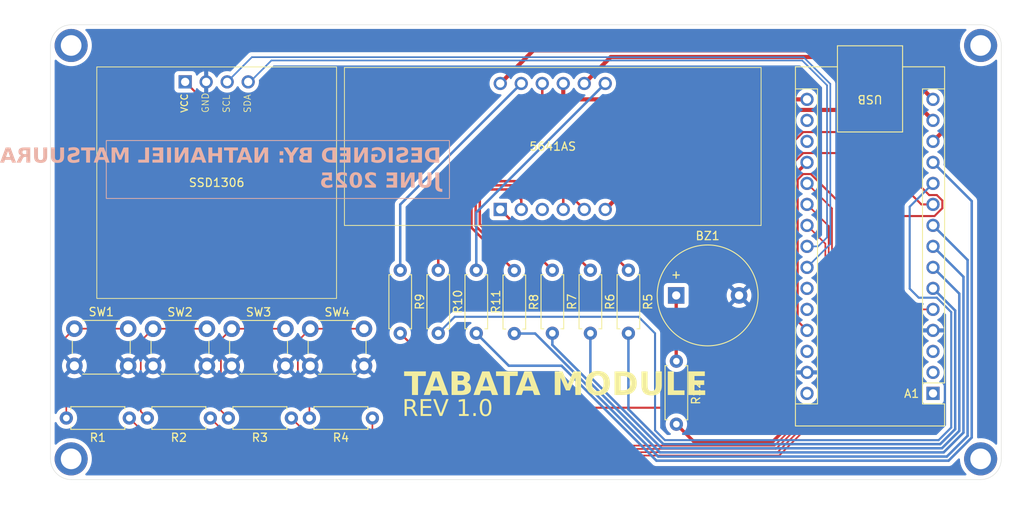
<source format=kicad_pcb>
(kicad_pcb (version 20241229) (generator "pcbnew") (generator_version "9.0")
  (layers (0 "F.Cu" signal) (2 "B.Cu" signal) (13 "F.Paste" user) (15 "B.Paste" user) (5 "F.SilkS" user "F.Silkscreen") (7 "B.SilkS" user "B.Silkscreen") (1 "F.Mask" user) (3 "B.Mask" user) (25 "Edge.Cuts" user))
  (net 0 "")
  (net 1 "D6")
  (net 2 "A2")
  (net 3 "GND")
  (net 6 "A4")
  (net 7 "D8")
  (net 8 "D7")
  (net 10 "D5")
  (net 11 "D9")
  (net 12 "D13")
  (net 13 "A3")
  (net 17 "D11")
  (net 18 "A1")
  (net 19 "D4")
  (net 21 "Vin")
  (net 22 "A5")
  (net 23 "D2")
  (net 26 "A0")
  (net 27 "D3")
  (net 28 "D10")
  (net 29 "D12")
  (net 30 "Net-(Brd2-E)")
  (net 31 "Net-(BZ1-+)")
  (net 32 "Net-(R1-Pad2)")
  (net 33 "Net-(R2-Pad2)")
  (net 34 "Net-(R3-Pad2)")
  (net 35 "Net-(R4-Pad2)")
  (net 36 "Net-(Brd2-D)")
  (net 37 "Net-(Brd2-C)")
  (net 38 "Net-(Brd2-G)")
  (net 39 "Net-(Brd2-A)")
  (net 40 "Net-(Brd2-F)")
  (net 41 "Net-(Brd2-B)")
  (footprint "Button_Switch_THT:SW_PUSH_6mm_H4.3mm" (layer "F.Cu") (at 87.892 106.752)
    (property "Reference" "SW1" (at 3.25 -2.027 0) (layer "F.SilkS"))
    (property "Value" "SW_Push")
    (fp_line (start -0.25 1.5) (end -0.25 3) (stroke (width 0.12)) (layer "F.SilkS"))
    (fp_line (start 1 5.5) (end 5.5 5.5) (stroke (width 0.12)) (layer "F.SilkS"))
    (fp_line (start 5.5 -1) (end 1 -1) (stroke (width 0.12)) (layer "F.SilkS"))
    (fp_line (start 6.75 3) (end 6.75 1.5) (stroke (width 0.12)) (layer "F.SilkS"))
    (pad "1" thru_hole circle (at 0 0 90) (size 2 2) (drill 1.1) (layers "*.Cu" "*.Mask") (net 32 "Net-(R1-Pad2)"))
    (pad "1" thru_hole circle (at 6.5 0 90) (size 2 2) (drill 1.1) (layers "*.Cu" "*.Mask") (net 32 "Net-(R1-Pad2)"))
    (pad "2" thru_hole circle (at 0 4.5 90) (size 2 2) (drill 1.1) (layers "*.Cu" "*.Mask") (net 3 "GND"))
    (pad "2" thru_hole circle (at 6.5 4.5 90) (size 2 2) (drill 1.1) (layers "*.Cu" "*.Mask") (net 3 "GND"))
  )
  (footprint "Resistor_THT:R_Axial_DIN0207_L6.3mm_D2.5mm_P7.62mm_Horizontal" (layer "F.Cu") (at 160.7 110.685 -90)
    (property "Reference" "R12" (at 3.81 -2.37 90) (layer "F.SilkS"))
    (property "Value" "330")
    (fp_line (start 0.54 1.37) (end 7.08 1.37) (stroke (width 0.12)) (layer "F.SilkS"))
    (fp_line (start 7.08 1.37) (end 7.08 1.04) (stroke (width 0.12)) (layer "F.SilkS"))
    (fp_line (start 0.54 1.04) (end 0.54 1.37) (stroke (width 0.12)) (layer "F.SilkS"))
    (fp_line (start 0.54 -1.04) (end 0.54 -1.37) (stroke (width 0.12)) (layer "F.SilkS"))
    (fp_line (start 0.54 -1.37) (end 7.08 -1.37) (stroke (width 0.12)) (layer "F.SilkS"))
    (fp_line (start 7.08 -1.37) (end 7.08 -1.04) (stroke (width 0.12)) (layer "F.SilkS"))
    (pad "1" thru_hole circle (at 0 0 270) (size 1.6 1.6) (drill 0.8) (layers "*.Cu" "*.Mask") (net 31 "Net-(BZ1-+)"))
    (pad "2" thru_hole circle (at 7.62 0 270) (size 1.6 1.6) (drill 0.8) (layers "*.Cu" "*.Mask") (net 26 "A0"))
  )
  (footprint "Resistor_THT:R_Axial_DIN0207_L6.3mm_D2.5mm_P7.62mm_Horizontal" (layer "F.Cu") (at 154.9 99.685 -90)
    (property "Reference" "R5" (at 3.81 -2.37 90) (layer "F.SilkS"))
    (property "Value" "330")
    (fp_line (start 0.54 1.37) (end 7.08 1.37) (stroke (width 0.12)) (layer "F.SilkS"))
    (fp_line (start 7.08 1.37) (end 7.08 1.04) (stroke (width 0.12)) (layer "F.SilkS"))
    (fp_line (start 0.54 1.04) (end 0.54 1.37) (stroke (width 0.12)) (layer "F.SilkS"))
    (fp_line (start 0.54 -1.04) (end 0.54 -1.37) (stroke (width 0.12)) (layer "F.SilkS"))
    (fp_line (start 0.54 -1.37) (end 7.08 -1.37) (stroke (width 0.12)) (layer "F.SilkS"))
    (fp_line (start 7.08 -1.37) (end 7.08 -1.04) (stroke (width 0.12)) (layer "F.SilkS"))
    (pad "1" thru_hole circle (at 0 0 270) (size 1.6 1.6) (drill 0.8) (layers "*.Cu" "*.Mask") (net 30 "Net-(Brd2-E)"))
    (pad "2" thru_hole circle (at 7.62 0 270) (size 1.6 1.6) (drill 0.8) (layers "*.Cu" "*.Mask") (net 27 "D3"))
  )
  (footprint "Resistor_THT:R_Axial_DIN0207_L6.3mm_D2.5mm_P7.62mm_Horizontal" (layer "F.Cu") (at 123.935 117.56 180)
    (property "Reference" "R4" (at 3.81 -2.37 0) (layer "F.SilkS"))
    (property "Value" "10k")
    (fp_line (start 7.08 1.37) (end 7.08 1.04) (stroke (width 0.12)) (layer "F.SilkS"))
    (fp_line (start 7.08 -1.37) (end 7.08 -1.04) (stroke (width 0.12)) (layer "F.SilkS"))
    (fp_line (start 0.54 1.37) (end 7.08 1.37) (stroke (width 0.12)) (layer "F.SilkS"))
    (fp_line (start 0.54 1.04) (end 0.54 1.37) (stroke (width 0.12)) (layer "F.SilkS"))
    (fp_line (start 0.54 -1.04) (end 0.54 -1.37) (stroke (width 0.12)) (layer "F.SilkS"))
    (fp_line (start 0.54 -1.37) (end 7.08 -1.37) (stroke (width 0.12)) (layer "F.SilkS"))
    (pad "1" thru_hole circle (at 0 0 180) (size 1.6 1.6) (drill 0.8) (layers "*.Cu" "*.Mask") (net 13 "A3"))
    (pad "2" thru_hole circle (at 7.62 0 180) (size 1.6 1.6) (drill 0.8) (layers "*.Cu" "*.Mask") (net 35 "Net-(R4-Pad2)"))
  )
  (footprint "Library:5641AS" (layer "F.Cu") (at 145.75 84.715)
    (property "Reference" "5641AS" (at 0 0 0) (layer "F.SilkS"))
    (property "Value" "~")
    (fp_line (start -25.2 -9.55) (end 25.2 -9.55) (stroke (width 0.1)) (layer "F.SilkS"))
    (fp_line (start -25.2 9.55) (end -25.2 -9.55) (stroke (width 0.1)) (layer "F.SilkS"))
    (fp_line (start 25.2 -9.55) (end 25.2 9.55) (stroke (width 0.1)) (layer "F.SilkS"))
    (fp_line (start 25.2 9.55) (end -25.2 9.55) (stroke (width 0.1)) (layer "F.SilkS"))
    (pad "1" thru_hole rect (at -6.35 7.62 90) (size 1.6 1.6) (drill 1) (layers "*.Cu" "*.Mask") (net 30 "Net-(Brd2-E)"))
    (pad "2" thru_hole oval (at -3.81 7.62 90) (size 1.6 1.6) (drill 1) (layers "*.Cu" "*.Mask") (net 36 "Net-(Brd2-D)"))
    (pad "3" thru_hole oval (at -1.27 7.62 90) (size 1.6 1.6) (drill 1) (layers "*.Cu" "*.Mask"))
    (pad "4" thru_hole oval (at 1.27 7.62 90) (size 1.6 1.6) (drill 1) (layers "*.Cu" "*.Mask") (net 37 "Net-(Brd2-C)"))
    (pad "5" thru_hole oval (at 3.81 7.62 90) (size 1.6 1.6) (drill 1) (layers "*.Cu" "*.Mask") (net 38 "Net-(Brd2-G)"))
    (pad "6" thru_hole oval (at 6.35 7.62 90) (size 1.6 1.6) (drill 1) (layers "*.Cu" "*.Mask") (net 17 "D11"))
    (pad "7" thru_hole oval (at 6.35 -7.62 90) (size 1.6 1.6) (drill 1) (layers "*.Cu" "*.Mask") (net 41 "Net-(Brd2-B)"))
    (pad "8" thru_hole oval (at 3.81 -7.62 90) (size 1.6 1.6) (drill 1) (layers "*.Cu" "*.Mask") (net 29 "D12"))
    (pad "9" thru_hole oval (at 1.27 -7.62 90) (size 1.6 1.6) (drill 1) (layers "*.Cu" "*.Mask") (net 12 "D13"))
    (pad "10" thru_hole oval (at -1.27 -7.62 90) (size 1.6 1.6) (drill 1) (layers "*.Cu" "*.Mask") (net 40 "Net-(Brd2-F)"))
    (pad "11" thru_hole oval (at -3.81 -7.62 90) (size 1.6 1.6) (drill 1) (layers "*.Cu" "*.Mask") (net 39 "Net-(Brd2-A)"))
    (pad "12" thru_hole oval (at -6.35 -7.62 90) (size 1.6 1.6) (drill 1) (layers "*.Cu" "*.Mask") (net 28 "D10"))
  )
  (footprint "SSD1306:128x64OLED" (layer "F.Cu") (at 105.1 89.095)
    (property "Reference" "Brd1" (hide yes))
    (property "Value" "SSD1306" (at 0 0 0) (layer "F.SilkS"))
    (fp_rect (start -14.5 -14) (end 14.5 14) (stroke (width 0.1)) (fill no) (layer "F.SilkS"))
    (fp_text user "VCC" (at -3.429 -8.382 90) (layer "F.SilkS") (effects (font (size 0.8 0.8) (thickness 0.14) (bold yes)) (justify left bottom)))
    (fp_text user "SCL" (at 1.651 -8.382 90) (layer "F.SilkS") (effects (font (size 0.8 0.8) (thickness 0.0875)) (justify left bottom)))
    (fp_text user "SDA" (at 4.191 -8.382 90) (layer "F.SilkS") (effects (font (size 0.8 0.8) (thickness 0.0875)) (justify left bottom)))
    (fp_text user "GND" (at -0.889 -8.382 90) (layer "F.SilkS") (effects (font (size 0.8 0.8) (thickness 0.0875)) (justify left bottom)))
    (pad "1" thru_hole rect (at -3.81 -12.192 90) (size 1.6 1.6) (drill 1) (layers "*.Cu" "*.Mask") (net 21 "Vin"))
    (pad "2" thru_hole oval (at -1.27 -12.192 90) (size 1.6 1.6) (drill 1) (layers "*.Cu" "*.Mask") (net 3 "GND"))
    (pad "3" thru_hole oval (at 1.27 -12.192 90) (size 1.6 1.6) (drill 1) (layers "*.Cu" "*.Mask") (net 22 "A5"))
    (pad "4" thru_hole oval (at 3.81 -12.192 90) (size 1.6 1.6) (drill 1) (layers "*.Cu" "*.Mask") (net 6 "A4"))
  )
  (footprint "Resistor_THT:R_Axial_DIN0207_L6.3mm_D2.5mm_P7.62mm_Horizontal" (layer "F.Cu") (at 141.1 99.72 -90)
    (property "Reference" "R8" (at 3.81 -2.37 90) (layer "F.SilkS"))
    (property "Value" "330")
    (fp_line (start 0.54 1.37) (end 7.08 1.37) (stroke (width 0.12)) (layer "F.SilkS"))
    (fp_line (start 7.08 1.37) (end 7.08 1.04) (stroke (width 0.12)) (layer "F.SilkS"))
    (fp_line (start 0.54 1.04) (end 0.54 1.37) (stroke (width 0.12)) (layer "F.SilkS"))
    (fp_line (start 0.54 -1.04) (end 0.54 -1.37) (stroke (width 0.12)) (layer "F.SilkS"))
    (fp_line (start 0.54 -1.37) (end 7.08 -1.37) (stroke (width 0.12)) (layer "F.SilkS"))
    (fp_line (start 7.08 -1.37) (end 7.08 -1.04) (stroke (width 0.12)) (layer "F.SilkS"))
    (pad "1" thru_hole circle (at 0 0 270) (size 1.6 1.6) (drill 0.8) (layers "*.Cu" "*.Mask") (net 38 "Net-(Brd2-G)"))
    (pad "2" thru_hole circle (at 7.62 0 270) (size 1.6 1.6) (drill 0.8) (layers "*.Cu" "*.Mask") (net 1 "D6"))
  )
  (footprint "Resistor_THT:R_Axial_DIN0207_L6.3mm_D2.5mm_P7.62mm_Horizontal" (layer "F.Cu") (at 94.535 117.56 180)
    (property "Reference" "R1" (at 3.81 -2.37 0) (layer "F.SilkS"))
    (property "Value" "10k")
    (fp_line (start 7.08 1.37) (end 7.08 1.04) (stroke (width 0.12)) (layer "F.SilkS"))
    (fp_line (start 7.08 -1.37) (end 7.08 -1.04) (stroke (width 0.12)) (layer "F.SilkS"))
    (fp_line (start 0.54 1.37) (end 7.08 1.37) (stroke (width 0.12)) (layer "F.SilkS"))
    (fp_line (start 0.54 1.04) (end 0.54 1.37) (stroke (width 0.12)) (layer "F.SilkS"))
    (fp_line (start 0.54 -1.04) (end 0.54 -1.37) (stroke (width 0.12)) (layer "F.SilkS"))
    (fp_line (start 0.54 -1.37) (end 7.08 -1.37) (stroke (width 0.12)) (layer "F.SilkS"))
    (pad "1" thru_hole circle (at 0 0 180) (size 1.6 1.6) (drill 0.8) (layers "*.Cu" "*.Mask") (net 23 "D2"))
    (pad "2" thru_hole circle (at 7.62 0 180) (size 1.6 1.6) (drill 0.8) (layers "*.Cu" "*.Mask") (net 32 "Net-(R1-Pad2)"))
  )
  (footprint "Resistor_THT:R_Axial_DIN0207_L6.3mm_D2.5mm_P7.62mm_Horizontal" (layer "F.Cu") (at 136.5 99.685 -90)
    (property "Reference" "R11" (at 3.81 -2.37 90) (layer "F.SilkS"))
    (property "Value" "330")
    (fp_line (start 0.54 1.37) (end 7.08 1.37) (stroke (width 0.12)) (layer "F.SilkS"))
    (fp_line (start 7.08 1.37) (end 7.08 1.04) (stroke (width 0.12)) (layer "F.SilkS"))
    (fp_line (start 0.54 1.04) (end 0.54 1.37) (stroke (width 0.12)) (layer "F.SilkS"))
    (fp_line (start 0.54 -1.04) (end 0.54 -1.37) (stroke (width 0.12)) (layer "F.SilkS"))
    (fp_line (start 0.54 -1.37) (end 7.08 -1.37) (stroke (width 0.12)) (layer "F.SilkS"))
    (fp_line (start 7.08 -1.37) (end 7.08 -1.04) (stroke (width 0.12)) (layer "F.SilkS"))
    (pad "1" thru_hole circle (at 0 0 270) (size 1.6 1.6) (drill 0.8) (layers "*.Cu" "*.Mask") (net 41 "Net-(Brd2-B)"))
    (pad "2" thru_hole circle (at 7.62 0 270) (size 1.6 1.6) (drill 0.8) (layers "*.Cu" "*.Mask") (net 11 "D9"))
  )
  (footprint "Button_Switch_THT:SW_PUSH_6mm_H4.3mm" (layer "F.Cu") (at 106.915 106.76)
    (property "Reference" "SW3" (at 3.25 -2 0) (layer "F.SilkS"))
    (property "Value" "SW_Push")
    (fp_line (start -0.25 1.5) (end -0.25 3) (stroke (width 0.12)) (layer "F.SilkS"))
    (fp_line (start 1 5.5) (end 5.5 5.5) (stroke (width 0.12)) (layer "F.SilkS"))
    (fp_line (start 5.5 -1) (end 1 -1) (stroke (width 0.12)) (layer "F.SilkS"))
    (fp_line (start 6.75 3) (end 6.75 1.5) (stroke (width 0.12)) (layer "F.SilkS"))
    (pad "1" thru_hole circle (at 0 0 90) (size 2 2) (drill 1.1) (layers "*.Cu" "*.Mask") (net 34 "Net-(R3-Pad2)"))
    (pad "1" thru_hole circle (at 6.5 0 90) (size 2 2) (drill 1.1) (layers "*.Cu" "*.Mask") (net 34 "Net-(R3-Pad2)"))
    (pad "2" thru_hole circle (at 0 4.5 90) (size 2 2) (drill 1.1) (layers "*.Cu" "*.Mask") (net 3 "GND"))
    (pad "2" thru_hole circle (at 6.5 4.5 90) (size 2 2) (drill 1.1) (layers "*.Cu" "*.Mask") (net 3 "GND"))
  )
  (footprint "Resistor_THT:R_Axial_DIN0207_L6.3mm_D2.5mm_P7.62mm_Horizontal" (layer "F.Cu") (at 104.335 117.56 180)
    (property "Reference" "R2" (at 3.81 -2.37 0) (layer "F.SilkS"))
    (property "Value" "10k")
    (fp_line (start 7.08 1.37) (end 7.08 1.04) (stroke (width 0.12)) (layer "F.SilkS"))
    (fp_line (start 7.08 -1.37) (end 7.08 -1.04) (stroke (width 0.12)) (layer "F.SilkS"))
    (fp_line (start 0.54 1.37) (end 7.08 1.37) (stroke (width 0.12)) (layer "F.SilkS"))
    (fp_line (start 0.54 1.04) (end 0.54 1.37) (stroke (width 0.12)) (layer "F.SilkS"))
    (fp_line (start 0.54 -1.04) (end 0.54 -1.37) (stroke (width 0.12)) (layer "F.SilkS"))
    (fp_line (start 0.54 -1.37) (end 7.08 -1.37) (stroke (width 0.12)) (layer "F.SilkS"))
    (pad "1" thru_hole circle (at 0 0 180) (size 1.6 1.6) (drill 0.8) (layers "*.Cu" "*.Mask") (net 18 "A1"))
    (pad "2" thru_hole circle (at 7.62 0 180) (size 1.6 1.6) (drill 0.8) (layers "*.Cu" "*.Mask") (net 33 "Net-(R2-Pad2)"))
  )
  (footprint "Resistor_THT:R_Axial_DIN0207_L6.3mm_D2.5mm_P7.62mm_Horizontal" (layer "F.Cu") (at 145.7 99.685 -90)
    (property "Reference" "R7" (at 3.81 -2.37 90) (layer "F.SilkS"))
    (property "Value" "330")
    (fp_line (start 0.54 1.37) (end 7.08 1.37) (stroke (width 0.12)) (layer "F.SilkS"))
    (fp_line (start 7.08 1.37) (end 7.08 1.04) (stroke (width 0.12)) (layer "F.SilkS"))
    (fp_line (start 0.54 1.04) (end 0.54 1.37) (stroke (width 0.12)) (layer "F.SilkS"))
    (fp_line (start 0.54 -1.04) (end 0.54 -1.37) (stroke (width 0.12)) (layer "F.SilkS"))
    (fp_line (start 0.54 -1.37) (end 7.08 -1.37) (stroke (width 0.12)) (layer "F.SilkS"))
    (fp_line (start 7.08 -1.37) (end 7.08 -1.04) (stroke (width 0.12)) (layer "F.SilkS"))
    (pad "1" thru_hole circle (at 0 0 270) (size 1.6 1.6) (drill 0.8) (layers "*.Cu" "*.Mask") (net 37 "Net-(Brd2-C)"))
    (pad "2" thru_hole circle (at 7.62 0 270) (size 1.6 1.6) (drill 0.8) (layers "*.Cu" "*.Mask") (net 10 "D5"))
  )
  (footprint "Resistor_THT:R_Axial_DIN0207_L6.3mm_D2.5mm_P7.62mm_Horizontal" (layer "F.Cu") (at 150.3 99.685 -90)
    (property "Reference" "R6" (at 3.81 -2.37 90) (layer "F.SilkS"))
    (property "Value" "330")
    (fp_line (start 0.54 1.37) (end 7.08 1.37) (stroke (width 0.12)) (layer "F.SilkS"))
    (fp_line (start 7.08 1.37) (end 7.08 1.04) (stroke (width 0.12)) (layer "F.SilkS"))
    (fp_line (start 0.54 1.04) (end 0.54 1.37) (stroke (width 0.12)) (layer "F.SilkS"))
    (fp_line (start 0.54 -1.04) (end 0.54 -1.37) (stroke (width 0.12)) (layer "F.SilkS"))
    (fp_line (start 0.54 -1.37) (end 7.08 -1.37) (stroke (width 0.12)) (layer "F.SilkS"))
    (fp_line (start 7.08 -1.37) (end 7.08 -1.04) (stroke (width 0.12)) (layer "F.SilkS"))
    (pad "1" thru_hole circle (at 0 0 270) (size 1.6 1.6) (drill 0.8) (layers "*.Cu" "*.Mask") (net 36 "Net-(Brd2-D)"))
    (pad "2" thru_hole circle (at 7.62 0 270) (size 1.6 1.6) (drill 0.8) (layers "*.Cu" "*.Mask") (net 19 "D4"))
  )
  (footprint "Buzzer_Beeper:Buzzer_12x9.5RM7.6" (layer "F.Cu") (at 160.68 102.729)
    (property "Reference" "BZ1" (at 3.8 -7.2 0) (layer "F.SilkS"))
    (property "Value" "Buzzer")
    (fp_circle (center 3.8 0) (end 9.9 0) (stroke (width 0.12)) (fill no) (layer "F.SilkS"))
    (fp_text user "+" (at -0.01 -2.54 0) (layer "F.SilkS"))
    (pad "1" thru_hole rect (at 0 0) (size 2 2) (drill 1) (layers "*.Cu" "*.Mask") (net 31 "Net-(BZ1-+)"))
    (pad "2" thru_hole circle (at 7.6 0) (size 2 2) (drill 1) (layers "*.Cu" "*.Mask") (net 3 "GND"))
  )
  (footprint "Resistor_THT:R_Axial_DIN0207_L6.3mm_D2.5mm_P7.62mm_Horizontal" (layer "F.Cu") (at 127.3 99.685 -90)
    (property "Reference" "R9" (at 3.81 -2.37 90) (layer "F.SilkS"))
    (property "Value" "330")
    (fp_line (start 0.54 1.37) (end 7.08 1.37) (stroke (width 0.12)) (layer "F.SilkS"))
    (fp_line (start 7.08 1.37) (end 7.08 1.04) (stroke (width 0.12)) (layer "F.SilkS"))
    (fp_line (start 0.54 1.04) (end 0.54 1.37) (stroke (width 0.12)) (layer "F.SilkS"))
    (fp_line (start 0.54 -1.04) (end 0.54 -1.37) (stroke (width 0.12)) (layer "F.SilkS"))
    (fp_line (start 0.54 -1.37) (end 7.08 -1.37) (stroke (width 0.12)) (layer "F.SilkS"))
    (fp_line (start 7.08 -1.37) (end 7.08 -1.04) (stroke (width 0.12)) (layer "F.SilkS"))
    (pad "1" thru_hole circle (at 0 0 270) (size 1.6 1.6) (drill 0.8) (layers "*.Cu" "*.Mask") (net 39 "Net-(Brd2-A)"))
    (pad "2" thru_hole circle (at 7.62 0 270) (size 1.6 1.6) (drill 0.8) (layers "*.Cu" "*.Mask") (net 8 "D7"))
  )
  (footprint "Button_Switch_THT:SW_PUSH_6mm_H4.3mm" (layer "F.Cu") (at 97.415 106.76)
    (property "Reference" "SW2" (at 3.25 -2 0) (layer "F.SilkS"))
    (property "Value" "SW_Push")
    (fp_line (start -0.25 1.5) (end -0.25 3) (stroke (width 0.12)) (layer "F.SilkS"))
    (fp_line (start 1 5.5) (end 5.5 5.5) (stroke (width 0.12)) (layer "F.SilkS"))
    (fp_line (start 5.5 -1) (end 1 -1) (stroke (width 0.12)) (layer "F.SilkS"))
    (fp_line (start 6.75 3) (end 6.75 1.5) (stroke (width 0.12)) (layer "F.SilkS"))
    (pad "1" thru_hole circle (at 0 0 90) (size 2 2) (drill 1.1) (layers "*.Cu" "*.Mask") (net 33 "Net-(R2-Pad2)"))
    (pad "1" thru_hole circle (at 6.5 0 90) (size 2 2) (drill 1.1) (layers "*.Cu" "*.Mask") (net 33 "Net-(R2-Pad2)"))
    (pad "2" thru_hole circle (at 0 4.5 90) (size 2 2) (drill 1.1) (layers "*.Cu" "*.Mask") (net 3 "GND"))
    (pad "2" thru_hole circle (at 6.5 4.5 90) (size 2 2) (drill 1.1) (layers "*.Cu" "*.Mask") (net 3 "GND"))
  )
  (footprint "Resistor_THT:R_Axial_DIN0207_L6.3mm_D2.5mm_P7.62mm_Horizontal" (layer "F.Cu") (at 114.135 117.56 180)
    (property "Reference" "R3" (at 3.81 -2.37 0) (layer "F.SilkS"))
    (property "Value" "10k")
    (fp_line (start 7.08 1.37) (end 7.08 1.04) (stroke (width 0.12)) (layer "F.SilkS"))
    (fp_line (start 7.08 -1.37) (end 7.08 -1.04) (stroke (width 0.12)) (layer "F.SilkS"))
    (fp_line (start 0.54 1.37) (end 7.08 1.37) (stroke (width 0.12)) (layer "F.SilkS"))
    (fp_line (start 0.54 1.04) (end 0.54 1.37) (stroke (width 0.12)) (layer "F.SilkS"))
    (fp_line (start 0.54 -1.04) (end 0.54 -1.37) (stroke (width 0.12)) (layer "F.SilkS"))
    (fp_line (start 0.54 -1.37) (end 7.08 -1.37) (stroke (width 0.12)) (layer "F.SilkS"))
    (pad "1" thru_hole circle (at 0 0 180) (size 1.6 1.6) (drill 0.8) (layers "*.Cu" "*.Mask") (net 2 "A2"))
    (pad "2" thru_hole circle (at 7.62 0 180) (size 1.6 1.6) (drill 0.8) (layers "*.Cu" "*.Mask") (net 34 "Net-(R3-Pad2)"))
  )
  (footprint "Button_Switch_THT:SW_PUSH_6mm_H4.3mm" (layer "F.Cu") (at 116.415 106.76)
    (property "Reference" "SW4" (at 3.25 -2 0) (layer "F.SilkS"))
    (property "Value" "SW_Push")
    (fp_line (start -0.25 1.5) (end -0.25 3) (stroke (width 0.12)) (layer "F.SilkS"))
    (fp_line (start 1 5.5) (end 5.5 5.5) (stroke (width 0.12)) (layer "F.SilkS"))
    (fp_line (start 5.5 -1) (end 1 -1) (stroke (width 0.12)) (layer "F.SilkS"))
    (fp_line (start 6.75 3) (end 6.75 1.5) (stroke (width 0.12)) (layer "F.SilkS"))
    (pad "1" thru_hole circle (at 0 0 90) (size 2 2) (drill 1.1) (layers "*.Cu" "*.Mask") (net 35 "Net-(R4-Pad2)"))
    (pad "1" thru_hole circle (at 6.5 0 90) (size 2 2) (drill 1.1) (layers "*.Cu" "*.Mask") (net 35 "Net-(R4-Pad2)"))
    (pad "2" thru_hole circle (at 0 4.5 90) (size 2 2) (drill 1.1) (layers "*.Cu" "*.Mask") (net 3 "GND"))
    (pad "2" thru_hole circle (at 6.5 4.5 90) (size 2 2) (drill 1.1) (layers "*.Cu" "*.Mask") (net 3 "GND"))
  )
  (footprint "Module:Arduino_Nano" (layer "F.Cu") (at 191.74 114.58 180)
    (property "Reference" "A1" (at 2.584 -0.026 0) (layer "F.SilkS"))
    (property "Value" "Arduino_Nano_v3.x")
    (fp_line (start 16.64 39.5) (end 16.64 -3.94) (stroke (width 0.12)) (layer "F.SilkS"))
    (fp_line (start 16.64 39.5) (end 11.56 39.5) (stroke (width 0.12)) (layer "F.SilkS"))
    (fp_line (start 16.64 -3.94) (end -1.4 -3.94) (stroke (width 0.12)) (layer "F.SilkS"))
    (fp_line (start 13.97 36.83) (end 16.64 36.83) (stroke (width 0.12)) (layer "F.SilkS"))
    (fp_line (start 13.97 -1.27) (end 16.64 -1.27) (stroke (width 0.12)) (layer "F.SilkS"))
    (fp_line (start 13.97 -1.27) (end 13.97 36.83) (stroke (width 0.12)) (layer "F.SilkS"))
    (fp_line (start 11.56 42.04) (end 3.68 42.04) (stroke (width 0.12)) (layer "F.SilkS"))
    (fp_line (start 11.56 31.62) (end 11.56 42.04) (stroke (width 0.12)) (layer "F.SilkS"))
    (fp_line (start 3.68 42.04) (end 3.68 31.62) (stroke (width 0.12)) (layer "F.SilkS"))
    (fp_line (start 3.68 31.62) (end 11.56 31.62) (stroke (width 0.12)) (layer "F.SilkS"))
    (fp_line (start 1.27 36.83) (end -1.4 36.83) (stroke (width 0.12)) (layer "F.SilkS"))
    (fp_line (start 1.27 1.27) (end 1.27 36.83) (stroke (width 0.12)) (layer "F.SilkS"))
    (fp_line (start 1.27 1.27) (end 1.27 -1.27) (stroke (width 0.12)) (layer "F.SilkS"))
    (fp_line (start 1.27 1.27) (end -1.4 1.27) (stroke (width 0.12)) (layer "F.SilkS"))
    (fp_line (start 1.27 -1.27) (end -1.4 -1.27) (stroke (width 0.12)) (layer "F.SilkS"))
    (fp_line (start -1.4 39.5) (end 3.68 39.5) (stroke (width 0.12)) (layer "F.SilkS"))
    (fp_line (start -1.4 1.27) (end -1.4 39.5) (stroke (width 0.12)) (layer "F.SilkS"))
    (fp_line (start -1.4 -3.94) (end -1.4 -1.27) (stroke (width 0.12)) (layer "F.SilkS"))
    (fp_text user "USB" (at 7.62 35.56 180) (layer "F.SilkS"))
    (pad "1" thru_hole rect (at 0 0 180) (size 1.6 1.6) (drill 1) (layers "*.Cu" "*.Mask"))
    (pad "2" thru_hole oval (at 0 2.54 180) (size 1.6 1.6) (drill 1) (layers "*.Cu" "*.Mask"))
    (pad "3" thru_hole oval (at 0 5.08 180) (size 1.6 1.6) (drill 1) (layers "*.Cu" "*.Mask"))
    (pad "4" thru_hole oval (at 0 7.62 180) (size 1.6 1.6) (drill 1) (layers "*.Cu" "*.Mask") (net 3 "GND"))
    (pad "5" thru_hole oval (at 0 10.16 180) (size 1.6 1.6) (drill 1) (layers "*.Cu" "*.Mask") (net 23 "D2"))
    (pad "6" thru_hole oval (at 0 12.7 180) (size 1.6 1.6) (drill 1) (layers "*.Cu" "*.Mask") (net 27 "D3"))
    (pad "7" thru_hole oval (at 0 15.24 180) (size 1.6 1.6) (drill 1) (layers "*.Cu" "*.Mask") (net 19 "D4"))
    (pad "8" thru_hole oval (at 0 17.78 180) (size 1.6 1.6) (drill 1) (layers "*.Cu" "*.Mask") (net 10 "D5"))
    (pad "9" thru_hole oval (at 0 20.32 180) (size 1.6 1.6) (drill 1) (layers "*.Cu" "*.Mask") (net 1 "D6"))
    (pad "10" thru_hole oval (at 0 22.86 180) (size 1.6 1.6) (drill 1) (layers "*.Cu" "*.Mask") (net 8 "D7"))
    (pad "11" thru_hole oval (at 0 25.4 180) (size 1.6 1.6) (drill 1) (layers "*.Cu" "*.Mask") (net 7 "D8"))
    (pad "12" thru_hole oval (at 0 27.94 180) (size 1.6 1.6) (drill 1) (layers "*.Cu" "*.Mask") (net 11 "D9"))
    (pad "13" thru_hole oval (at 0 30.48 180) (size 1.6 1.6) (drill 1) (layers "*.Cu" "*.Mask") (net 28 "D10"))
    (pad "14" thru_hole oval (at 0 33.02 180) (size 1.6 1.6) (drill 1) (layers "*.Cu" "*.Mask") (net 17 "D11"))
    (pad "15" thru_hole oval (at 0 35.56 180) (size 1.6 1.6) (drill 1) (layers "*.Cu" "*.Mask") (net 29 "D12"))
    (pad "16" thru_hole oval (at 15.24 35.56 180) (size 1.6 1.6) (drill 1) (layers "*.Cu" "*.Mask") (net 12 "D13"))
    (pad "17" thru_hole oval (at 15.24 33.02 180) (size 1.6 1.6) (drill 1) (layers "*.Cu" "*.Mask"))
    (pad "18" thru_hole oval (at 15.24 30.48 180) (size 1.6 1.6) (drill 1) (layers "*.Cu" "*.Mask"))
    (pad "19" thru_hole oval (at 15.24 27.94 180) (size 1.6 1.6) (drill 1) (layers "*.Cu" "*.Mask") (net 26 "A0"))
    (pad "20" thru_hole oval (at 15.24 25.4 180) (size 1.6 1.6) (drill 1) (layers "*.Cu" "*.Mask") (net 18 "A1"))
    (pad "21" thru_hole oval (at 15.24 22.86 180) (size 1.6 1.6) (drill 1) (layers "*.Cu" "*.Mask") (net 2 "A2"))
    (pad "22" thru_hole oval (at 15.24 20.32 180) (size 1.6 1.6) (drill 1) (layers "*.Cu" "*.Mask") (net 13 "A3"))
    (pad "23" thru_hole oval (at 15.24 17.78 180) (size 1.6 1.6) (drill 1) (layers "*.Cu" "*.Mask") (net 6 "A4"))
    (pad "24" thru_hole oval (at 15.24 15.24 180) (size 1.6 1.6) (drill 1) (layers "*.Cu" "*.Mask") (net 22 "A5"))
    (pad "25" thru_hole oval (at 15.24 12.7 180) (size 1.6 1.6) (drill 1) (layers "*.Cu" "*.Mask"))
    (pad "26" thru_hole oval (at 15.24 10.16 180) (size 1.6 1.6) (drill 1) (layers "*.Cu" "*.Mask"))
    (pad "27" thru_hole oval (at 15.24 7.62 180) (size 1.6 1.6) (drill 1) (layers "*.Cu" "*.Mask") (net 21 "Vin"))
    (pad "28" thru_hole oval (at 15.24 5.08 180) (size 1.6 1.6) (drill 1) (layers "*.Cu" "*.Mask"))
    (pad "29" thru_hole oval (at 15.24 2.54 180) (size 1.6 1.6) (drill 1) (layers "*.Cu" "*.Mask") (net 3 "GND"))
    (pad "30" thru_hole oval (at 15.24 0 180) (size 1.6 1.6) (drill 1) (layers "*.Cu" "*.Mask"))
  )
  (footprint "Resistor_THT:R_Axial_DIN0207_L6.3mm_D2.5mm_P7.62mm_Horizontal" (layer "F.Cu") (at 131.9 99.685 -90)
    (property "Reference" "R10" (at 3.81 -2.37 90) (layer "F.SilkS"))
    (property "Value" "330")
    (fp_line (start 0.54 1.37) (end 7.08 1.37) (stroke (width 0.12)) (layer "F.SilkS"))
    (fp_line (start 7.08 1.37) (end 7.08 1.04) (stroke (width 0.12)) (layer "F.SilkS"))
    (fp_line (start 0.54 1.04) (end 0.54 1.37) (stroke (width 0.12)) (layer "F.SilkS"))
    (fp_line (start 0.54 -1.04) (end 0.54 -1.37) (stroke (width 0.12)) (layer "F.SilkS"))
    (fp_line (start 0.54 -1.37) (end 7.08 -1.37) (stroke (width 0.12)) (layer "F.SilkS"))
    (fp_line (start 7.08 -1.37) (end 7.08 -1.04) (stroke (width 0.12)) (layer "F.SilkS"))
    (pad "1" thru_hole circle (at 0 0 270) (size 1.6 1.6) (drill 0.8) (layers "*.Cu" "*.Mask") (net 40 "Net-(Brd2-F)"))
    (pad "2" thru_hole circle (at 7.62 0 270) (size 1.6 1.6) (drill 0.8) (layers "*.Cu" "*.Mask") (net 7 "D8"))
  )
  (gr_rect (start 91.75 84) (end 133.25 91) (stroke (width 0.1)) (fill no) (layer "B.SilkS"))
  (gr_line (start 200 122.5) (end 200 72.5) (stroke (width 0.05)) (layer "Edge.Cuts"))
  (gr_line (start 197.5 70) (end 87.5 70) (stroke (width 0.05)) (layer "Edge.Cuts"))
  (gr_arc (start 200 122.5) (mid 199.267767 124.267767) (end 197.5 125) (stroke (width 0.05)) (layer "Edge.Cuts"))
  (gr_arc (start 87.5 125) (mid 85.732233 124.267767) (end 85 122.5) (stroke (width 0.05)) (layer "Edge.Cuts"))
  (gr_line (start 87.5 125) (end 197.5 125) (stroke (width 0.05)) (layer "Edge.Cuts"))
  (gr_line (start 85 72.5) (end 85 122.5) (stroke (width 0.05)) (layer "Edge.Cuts"))
  (gr_arc (start 85 72.5) (mid 85.732233 70.732233) (end 87.5 70) (stroke (width 0.05)) (layer "Edge.Cuts"))
  (gr_arc (start 197.5 70) (mid 199.267767 70.732233) (end 200 72.5) (stroke (width 0.05)) (layer "Edge.Cuts"))
  (gr_text "TABATA MODULE" (at 127.75 115.25 0) (layer "F.SilkS") (effects (font (size 2.8 2.8) (thickness 0.4) (bold yes)) (justify left bottom)))
  (gr_text "REV 1.0" (at 127.55 117.65 0) (layer "F.SilkS") (effects (font (size 2 2) (thickness 0.3)) (justify left bottom)))
  (gr_text "DESIGNED BY: NATHANIEL MATSUURA\nJUNE 2025\n" (at 132.25 90 0) (layer "B.SilkS") (effects (font (size 1.8 1.8) (thickness 0.25) (bold yes)) (justify left bottom mirror)))
  (via (at 87.5 72.5) (size 4) (drill 2.5) (layers "F.Cu" "B.Cu") (net 0))
  (via (at 197.5 122.5) (size 4) (drill 2.5) (layers "F.Cu" "B.Cu") (net 0))
  (via (at 87.5 122.5) (size 4) (drill 2.5) (layers "F.Cu" "B.Cu") (net 0))
  (via (at 197.5 72.5) (size 4) (drill 2.5) (layers "F.Cu" "B.Cu") (net 0))
  (segment (start 158.497438 122.218) (end 193.417 122.218) (width 0.3) (layer "B.Cu") (net 1))
  (segment (start 143.619438 107.34) (end 158.457218 122.177781) (width 0.3) (layer "B.Cu") (net 1))
  (segment (start 158.457218 122.177781) (end 158.497438 122.218) (width 0.3) (layer "B.Cu") (net 1))
  (segment (start 193.417 122.218) (end 195.922 119.713) (width 0.3) (layer "B.Cu") (net 1))
  (segment (start 141.1 107.34) (end 143.619438 107.34) (width 0.3) (layer "B.Cu") (net 1))
  (segment (start 195.922 119.713) (end 195.922 98.442) (width 0.3) (layer "B.Cu") (net 1))
  (segment (start 195.922 98.442) (end 191.74 94.26) (width 0.3) (layer "B.Cu") (net 1))
  (segment (start 179.12 114.915) (end 179.12 94.34) (width 0.2) (layer "F.Cu") (net 2))
  (segment (start 179.12 94.34) (end 176.5 91.72) (width 0.2) (layer "F.Cu") (net 2))
  (segment (start 114.135 117.56) (end 117.87 121.295) (width 0.2) (layer "F.Cu") (net 2))
  (segment (start 117.87 121.295) (end 172.74 121.295) (width 0.2) (layer "F.Cu") (net 2))
  (segment (start 172.74 121.295) (end 179.12 114.915) (width 0.2) (layer "F.Cu") (net 2))
  (segment (start 178.92 95.715) (end 177.835 96.8) (width 0.2) (layer "B.Cu") (net 6))
  (segment (start 175.92 74.315) (end 178.92 77.315) (width 0.2) (layer "B.Cu") (net 6))
  (segment (start 111.72 74.315) (end 175.92 74.315) (width 0.2) (layer "B.Cu") (net 6))
  (segment (start 177.835 96.8) (end 176.5 96.8) (width 0.2) (layer "B.Cu") (net 6))
  (segment (start 108.91 76.903) (end 109.108 76.903) (width 0.2) (layer "B.Cu") (net 6))
  (segment (start 178.92 77.315) (end 178.92 95.715) (width 0.2) (layer "B.Cu") (net 6))
  (segment (start 109.12 76.915) (end 111.72 74.315) (width 0.2) (layer "B.Cu") (net 6))
  (segment (start 109.108 76.903) (end 109.12 76.915) (width 0.2) (layer "B.Cu") (net 6))
  (segment (start 190.011 103.006) (end 188.92 101.915) (width 0.25) (layer "B.Cu") (net 7))
  (segment (start 131.9 107.305) (end 133.89 105.315) (width 0.25) (layer "B.Cu") (net 7))
  (segment (start 159.317166 120.239) (end 192.414314 120.239) (width 0.25) (layer "B.Cu") (net 7))
  (segment (start 192.192834 103.006) (end 190.011 103.006) (width 0.25) (layer "B.Cu") (net 7))
  (segment (start 158.12 119.041834) (end 159.317166 120.239) (width 0.25) (layer "B.Cu") (net 7))
  (segment (start 133.89 105.315) (end 156.12 105.315) (width 0.25) (layer "B.Cu") (net 7))
  (segment (start 158.12 107.315) (end 158.12 119.041834) (width 0.25) (layer "B.Cu") (net 7))
  (segment (start 193.943 104.756166) (end 192.192834 103.006) (width 0.25) (layer "B.Cu") (net 7))
  (segment (start 156.12 105.315) (end 158.12 107.315) (width 0.25) (layer "B.Cu") (net 7))
  (segment (start 188.92 101.915) (end 188.92 92) (width 0.25) (layer "B.Cu") (net 7))
  (segment (start 188.92 92) (end 191.74 89.18) (width 0.25) (layer "B.Cu") (net 7))
  (segment (start 193.943 118.710314) (end 193.943 104.756166) (width 0.25) (layer "B.Cu") (net 7))
  (segment (start 192.414314 120.239) (end 193.943 118.710314) (width 0.25) (layer "B.Cu") (net 7))
  (segment (start 136.31 116.315) (end 166.72 116.315) (width 0.25) (layer "F.Cu") (net 8))
  (segment (start 176.033595 85.514) (end 184.119 85.514) (width 0.25) (layer "F.Cu") (net 8))
  (segment (start 173.75619 87.791405) (end 176.033595 85.514) (width 0.25) (layer "F.Cu") (net 8))
  (segment (start 184.119 85.514) (end 190.325 91.72) (width 0.25) (layer "F.Cu") (net 8))
  (segment (start 127.3 107.305) (end 136.31 116.315) (width 0.25) (layer "F.Cu") (net 8))
  (segment (start 190.325 91.72) (end 191.74 91.72) (width 0.25) (layer "F.Cu") (net 8))
  (segment (start 173.75619 109.27881) (end 173.75619 87.791405) (width 0.25) (layer "F.Cu") (net 8))
  (segment (start 166.72 116.315) (end 173.75619 109.27881) (width 0.25) (layer "F.Cu") (net 8))
  (segment (start 158.704958 121.717) (end 193.02652 121.717) (width 0.3) (layer "B.Cu") (net 10))
  (segment (start 145.7 107.305) (end 145.7 108.712042) (width 0.3) (layer "B.Cu") (net 10))
  (segment (start 195.421 100.481) (end 191.74 96.8) (width 0.3) (layer "B.Cu") (net 10))
  (segment (start 193.02652 121.717) (end 195.421 119.32252) (width 0.3) (layer "B.Cu") (net 10))
  (segment (start 195.421 119.32252) (end 195.421 100.481) (width 0.3) (layer "B.Cu") (net 10))
  (segment (start 145.7 108.712042) (end 158.704958 121.717) (width 0.3) (layer "B.Cu") (net 10))
  (segment (start 158.289917 122.719) (end 193.62452 122.719) (width 0.3) (layer "B.Cu") (net 11))
  (segment (start 140.427042 111.232042) (end 146.802958 111.232042) (width 0.3) (layer "B.Cu") (net 11))
  (segment (start 193.62452 122.719) (end 196.423 119.920521) (width 0.3) (layer "B.Cu") (net 11))
  (segment (start 146.802958 111.232042) (end 158.289917 122.719) (width 0.3) (layer "B.Cu") (net 11))
  (segment (start 136.5 107.305) (end 140.427042 111.232042) (width 0.3) (layer "B.Cu") (net 11))
  (segment (start 196.423 91.323) (end 191.74 86.64) (width 0.3) (layer "B.Cu") (net 11))
  (segment (start 196.423 119.920521) (end 196.423 91.323) (width 0.3) (layer "B.Cu") (net 11))
  (segment (start 147.425 79.02) (end 147.02 78.615) (width 0.5) (layer "F.Cu") (net 12))
  (segment (start 147.02 77.095) (end 147.02 78.615) (width 0.5) (layer "F.Cu") (net 12))
  (segment (start 176.5 79.02) (end 147.425 79.02) (width 0.5) (layer "F.Cu") (net 12))
  (segment (start 178.719 114.7489) (end 178.719 96.479) (width 0.2) (layer "F.Cu") (net 13))
  (segment (start 172.5739 120.894) (end 178.719 114.7489) (width 0.2) (layer "F.Cu") (net 13))
  (segment (start 123.935 119.909) (end 124.92 120.894) (width 0.2) (layer "F.Cu") (net 13))
  (segment (start 123.935 117.56) (end 123.935 119.909) (width 0.2) (layer "F.Cu") (net 13))
  (segment (start 124.92 120.894) (end 172.5739 120.894) (width 0.2) (layer "F.Cu") (net 13))
  (segment (start 178.719 96.479) (end 176.5 94.26) (width 0.2) (layer "F.Cu") (net 13))
  (segment (start 152.1 92.335) (end 164.14 80.295) (width 0.5) (layer "F.Cu") (net 17))
  (segment (start 190.475 80.295) (end 191.74 81.56) (width 0.5) (layer "F.Cu") (net 17))
  (segment (start 164.14 80.295) (end 190.475 80.295) (width 0.5) (layer "F.Cu") (net 17))
  (segment (start 108.47 121.695) (end 172.94 121.695) (width 0.2) (layer "F.Cu") (net 18))
  (segment (start 179.521 115.114) (end 179.521 92.201) (width 0.2) (layer "F.Cu") (net 18))
  (segment (start 179.521 92.201) (end 176.5 89.18) (width 0.2) (layer "F.Cu") (net 18))
  (segment (start 172.94 121.695) (end 179.521 115.114) (width 0.2) (layer "F.Cu") (net 18))
  (segment (start 104.335 117.56) (end 108.47 121.695) (width 0.2) (layer "F.Cu") (net 18))
  (segment (start 158.912479 121.216) (end 192.819 121.216) (width 0.3) (layer "B.Cu") (net 19))
  (segment (start 150.3 112.60352) (end 158.912479 121.216) (width 0.3) (layer "B.Cu") (net 19))
  (segment (start 192.819 121.216) (end 194.92 119.115) (width 0.3) (layer "B.Cu") (net 19))
  (segment (start 150.3 107.305) (end 150.3 112.60352) (width 0.3) (layer "B.Cu") (net 19))
  (segment (start 194.92 119.115) (end 194.92 102.52) (width 0.3) (layer "B.Cu") (net 19))
  (segment (start 150.3 107.305) (end 150.33 107.305) (width 0.3) (layer "B.Cu") (net 19))
  (segment (start 194.92 102.52) (end 191.74 99.34) (width 0.3) (layer "B.Cu") (net 19))
  (segment (start 170.12 97.715) (end 173.30519 94.52981) (width 0.25) (layer "F.Cu") (net 21))
  (segment (start 176.033595 88.054) (end 175.374 88.713595) (width 0.25) (layer "F.Cu") (net 21))
  (segment (start 173.30519 85.702405) (end 176.033595 82.974) (width 0.25) (layer "F.Cu") (net 21))
  (segment (start 192.866 91.253595) (end 192.866 92.186405) (width 0.25) (layer "F.Cu") (net 21))
  (segment (start 192.206405 90.594) (end 192.866 91.253595) (width 0.25) (layer "F.Cu") (net 21))
  (segment (start 192.866 92.186405) (end 191.918405 93.134) (width 0.25) (layer "F.Cu") (net 21))
  (segment (start 176.033595 82.974) (end 183.653595 82.974) (width 0.25) (layer "F.Cu") (net 21))
  (segment (start 175.374 88.713595) (end 175.374 105.834) (width 0.25) (layer "F.Cu") (net 21))
  (segment (start 191.918405 93.134) (end 182.046405 93.134) (width 0.25) (layer "F.Cu") (net 21))
  (segment (start 161.72 97.715) (end 170.12 97.715) (width 0.25) (layer "F.Cu") (net 21))
  (segment (start 182.046405 93.134) (end 176.966405 88.054) (width 0.25) (layer "F.Cu") (net 21))
  (segment (start 176.966405 88.054) (end 176.033595 88.054) (width 0.25) (layer "F.Cu") (net 21))
  (segment (start 158.032 101.403) (end 161.72 97.715) (width 0.25) (layer "F.Cu") (net 21))
  (segment (start 101.29 76.903) (end 125.79 101.403) (width 0.25) (layer "F.Cu") (net 21))
  (segment (start 183.653595 82.974) (end 191.273595 90.594) (width 0.25) (layer "F.Cu") (net 21))
  (segment (start 125.79 101.403) (end 158.032 101.403) (width 0.25) (layer "F.Cu") (net 21))
  (segment (start 191.273595 90.594) (end 192.206405 90.594) (width 0.25) (layer "F.Cu") (net 21))
  (segment (start 173.30519 94.52981) (end 173.30519 85.702405) (width 0.25) (layer "F.Cu") (net 21))
  (segment (start 175.374 105.834) (end 176.5 106.96) (width 0.25) (layer "F.Cu") (net 21))
  (segment (start 179.32 77.1479) (end 179.32 96.52) (width 0.2) (layer "B.Cu") (net 22))
  (segment (start 106.37 76.903) (end 109.359 73.914) (width 0.2) (layer "B.Cu") (net 22))
  (segment (start 109.359 73.914) (end 176.0861 73.914) (width 0.2) (layer "B.Cu") (net 22))
  (segment (start 179.32 96.52) (end 176.5 99.34) (width 0.2) (layer "B.Cu") (net 22))
  (segment (start 176.0861 73.914) (end 179.32 77.1479) (width 0.2) (layer "B.Cu") (net 22))
  (segment (start 179.922 108.913) (end 184.415 104.42) (width 0.2) (layer "F.Cu") (net 23))
  (segment (start 94.535 117.56) (end 99.071 122.096) (width 0.2) (layer "F.Cu") (net 23))
  (segment (start 99.071 122.096) (end 173.139 122.096) (width 0.2) (layer "F.Cu") (net 23))
  (segment (start 173.139 122.096) (end 179.922 115.313) (width 0.2) (layer "F.Cu") (net 23))
  (segment (start 179.922 115.313) (end 179.922 108.913) (width 0.2) (layer "F.Cu") (net 23))
  (segment (start 184.415 104.42) (end 191.74 104.42) (width 0.2) (layer "F.Cu") (net 23))
  (segment (start 160.7 118.305) (end 162.788 120.393) (width 0.4) (layer "F.Cu") (net 26))
  (segment (start 174.28219 88.85781) (end 176.5 86.64) (width 0.4) (layer "F.Cu") (net 26))
  (segment (start 172.36638 120.393) (end 174.28219 118.47719) (width 0.4) (layer "F.Cu") (net 26))
  (segment (start 162.788 120.393) (end 172.36638 120.393) (width 0.4) (layer "F.Cu") (net 26))
  (segment (start 174.28219 118.47719) (end 174.28219 88.85781) (width 0.4) (layer "F.Cu") (net 26))
  (segment (start 154.9 107.305) (end 154.9 116.495) (width 0.3) (layer "B.Cu") (net 27))
  (segment (start 192.61148 120.715) (end 194.419 118.90748) (width 0.3) (layer "B.Cu") (net 27))
  (segment (start 194.419 118.90748) (end 194.419 104.559) (width 0.3) (layer "B.Cu") (net 27))
  (segment (start 194.419 104.559) (end 191.74 101.88) (width 0.3) (layer "B.Cu") (net 27))
  (segment (start 154.9 116.495) (end 159.12 120.715) (width 0.3) (layer "B.Cu") (net 27))
  (segment (start 159.12 120.715) (end 192.61148 120.715) (width 0.3) (layer "B.Cu") (net 27))
  (segment (start 194.1 81.74) (end 191.74 84.1) (width 0.5) (layer "F.Cu") (net 28))
  (segment (start 188.1 73.095) (end 153.52 73.095) (width 0.5) (layer "F.Cu") (net 28))
  (segment (start 194.1 79.095) (end 194.1 81.74) (width 0.5) (layer "F.Cu") (net 28))
  (segment (start 188.1 73.095) (end 194.1 79.095) (width 0.5) (layer "F.Cu") (net 28))
  (segment (start 153.52 73.095) (end 143.4 73.095) (width 0.5) (layer "F.Cu") (net 28))
  (segment (start 139.4 77.095) (end 143.4 73.095) (width 0.5) (layer "F.Cu") (net 28))
  (segment (start 149.56 77.095) (end 152.76 73.895) (width 0.5) (layer "F.Cu") (net 29))
  (segment (start 186.615 73.895) (end 191.74 79.02) (width 0.5) (layer "F.Cu") (net 29))
  (segment (start 152.76 73.895) (end 186.615 73.895) (width 0.5) (layer "F.Cu") (net 29))
  (segment (start 150.51 95.295) (end 142.36 95.295) (width 0.3) (layer "F.Cu") (net 30))
  (segment (start 142.36 95.295) (end 139.4 92.335) (width 0.3) (layer "F.Cu") (net 30))
  (segment (start 154.9 99.685) (end 150.51 95.295) (width 0.3) (layer "F.Cu") (net 30))
  (segment (start 160.68 110.665) (end 160.7 110.685) (width 0.2) (layer "F.Cu") (net 31))
  (segment (start 160.68 102.729) (end 160.68 110.665) (width 0.4) (layer "F.Cu") (net 31))
  (segment (start 94.392 106.752) (end 87.892 106.752) (width 0.2) (layer "F.Cu") (net 32))
  (segment (start 85.9 114.295) (end 86.915 115.31) (width 0.2) (layer "F.Cu") (net 32))
  (segment (start 87.892 106.752) (end 85.9 108.744) (width 0.2) (layer "F.Cu") (net 32))
  (segment (start 86.915 115.31) (end 86.915 117.56) (width 0.2) (layer "F.Cu") (net 32))
  (segment (start 85.9 108.744) (end 85.9 114.295) (width 0.2) (layer "F.Cu") (net 32))
  (segment (start 95.92 116.765) (end 96.715 117.56) (width 0.2) (layer "F.Cu") (net 33))
  (segment (start 97.415 106.76) (end 95.92 108.255) (width 0.2) (layer "F.Cu") (net 33))
  (segment (start 103.915 106.76) (end 97.415 106.76) (width 0.2) (layer "F.Cu") (net 33))
  (segment (start 95.92 108.255) (end 95.92 116.765) (width 0.2) (layer "F.Cu") (net 33))
  (segment (start 105.614 108.061) (end 105.614 116.659) (width 0.2) (layer "F.Cu") (net 34))
  (segment (start 105.614 116.659) (end 106.515 117.56) (width 0.2) (layer "F.Cu") (net 34))
  (segment (start 106.915 106.76) (end 105.614 108.061) (width 0.2) (layer "F.Cu") (net 34))
  (segment (start 113.415 106.76) (end 106.915 106.76) (width 0.2) (layer "F.Cu") (net 34))
  (segment (start 116.315 115.91) (end 116.315 117.56) (width 0.2) (layer "F.Cu") (net 35))
  (segment (start 114.92 108.255) (end 114.92 114.515) (width 0.2) (layer "F.Cu") (net 35))
  (segment (start 122.915 106.76) (end 116.415 106.76) (width 0.2) (layer "F.Cu") (net 35))
  (segment (start 116.415 106.76) (end 114.92 108.255) (width 0.2) (layer "F.Cu") (net 35))
  (segment (start 114.92 114.515) (end 116.315 115.91) (width 0.2) (layer "F.Cu") (net 35))
  (segment (start 139.96928 97.17224) (end 136.922 94.12496) (width 0.3) (layer "F.Cu") (net 36))
  (segment (start 140.72 89.916) (end 141.94 91.136) (width 0.3) (layer "F.Cu") (net 36))
  (segment (start 141.94 91.136) (end 141.94 92.335) (width 0.3) (layer "F.Cu") (net 36))
  (segment (start 150.3 99.685) (end 147.78724 97.17224) (width 0.3) (layer "F.Cu") (net 36))
  (segment (start 147.78724 97.17224) (end 139.96928 97.17224) (width 0.3) (layer "F.Cu") (net 36))
  (segment (start 136.922 94.12496) (end 136.922 90.33004) (width 0.3) (layer "F.Cu") (net 36))
  (segment (start 136.922 90.33004) (end 137.33604 89.916) (width 0.3) (layer "F.Cu") (net 36))
  (segment (start 137.33604 89.916) (end 140.72 89.916) (width 0.3) (layer "F.Cu") (net 36))
  (segment (start 147.02 90.50352) (end 147.02 92.335) (width 0.3) (layer "F.Cu") (net 37))
  (segment (start 136.421 94.33248) (end 136.421 90.12252) (width 0.3) (layer "F.Cu") (net 37))
  (segment (start 137.12852 89.415) (end 145.93148 89.415) (width 0.3) (layer "F.Cu") (net 37))
  (segment (start 136.421 90.12252) (end 137.12852 89.415) (width 0.3) (layer "F.Cu") (net 37))
  (segment (start 145.93148 89.415) (end 147.02 90.50352) (width 0.3) (layer "F.Cu") (net 37))
  (segment (start 145.7 99.685) (end 143.68824 97.67324) (width 0.3) (layer "F.Cu") (net 37))
  (segment (start 143.68824 97.67324) (end 139.76176 97.67324) (width 0.3) (layer "F.Cu") (net 37))
  (segment (start 139.76176 97.67324) (end 136.421 94.33248) (width 0.3) (layer "F.Cu") (net 37))
  (segment (start 141.1 99.72) (end 135.92 94.54) (width 0.3) (layer "F.Cu") (net 38))
  (segment (start 136.921 88.914) (end 146.139 88.914) (width 0.3) (layer "F.Cu") (net 38))
  (segment (start 135.92 89.915) (end 136.921 88.914) (width 0.3) (layer "F.Cu") (net 38))
  (segment (start 146.139 88.914) (end 149.56 92.335) (width 0.3) (layer "F.Cu") (net 38))
  (segment (start 135.92 94.54) (end 135.92 89.915) (width 0.3) (layer "F.Cu") (net 38))
  (segment (start 127.3 99.685) (end 127.3 91.735) (width 0.3) (layer "B.Cu") (net 39))
  (segment (start 127.3 91.735) (end 141.94 77.095) (width 0.3) (layer "B.Cu") (net 39))
  (segment (start 142.32 83.715) (end 144.48 81.555) (width 0.3) (layer "F.Cu") (net 40))
  (segment (start 131.9 98.034) (end 135.419 94.515) (width 0.3) (layer "F.Cu") (net 40))
  (segment (start 144.48 81.555) (end 144.48 77.095) (width 0.3) (layer "F.Cu") (net 40))
  (segment (start 131.9 99.685) (end 131.9 98.034) (width 0.3) (layer "F.Cu") (net 40))
  (segment (start 135.419 94.515) (end 135.419 89.707479) (width 0.3) (layer "F.Cu") (net 40))
  (segment (start 141.411479 83.715) (end 142.32 83.715) (width 0.3) (layer "F.Cu") (net 40))
  (segment (start 135.419 89.707479) (end 141.411479 83.715) (width 0.3) (layer "F.Cu") (net 40))
  (segment (start 136.5 99.685) (end 136.5 92.695) (width 0.3) (layer "B.Cu") (net 41))
  (segment (start 136.5 92.695) (end 152.1 77.095) (width 0.3) (layer "B.Cu") (net 41))
  (zone (net 3) (net_name "GND") (layer "B.Cu") (connect_pads (clearance 0.5)) (min_thickness 0.25) (fill yes (thermal_gap 0.5) (thermal_bridge_width 0.5))
    (polygon (pts (xy 202.75 67.5) (xy 202.75 127.75) (xy 79.75 130) (xy 80 67)))
  )
)
</source>
